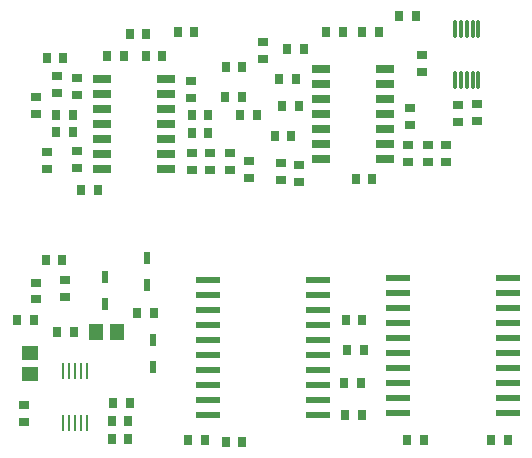
<source format=gtp>
G04*
G04 #@! TF.GenerationSoftware,Altium Limited,Altium Designer,22.8.2 (66)*
G04*
G04 Layer_Color=8421504*
%FSLAX44Y44*%
%MOMM*%
G71*
G04*
G04 #@! TF.SameCoordinates,219079CE-D9F2-4F20-8337-977AF1FC8BC2*
G04*
G04*
G04 #@! TF.FilePolarity,Positive*
G04*
G01*
G75*
%ADD15R,0.9000X0.8000*%
%ADD16R,1.5250X0.6500*%
G04:AMPARAMS|DCode=17|XSize=1.47mm|YSize=0.28mm|CornerRadius=0.035mm|HoleSize=0mm|Usage=FLASHONLY|Rotation=270.000|XOffset=0mm|YOffset=0mm|HoleType=Round|Shape=RoundedRectangle|*
%AMROUNDEDRECTD17*
21,1,1.4700,0.2100,0,0,270.0*
21,1,1.4000,0.2800,0,0,270.0*
1,1,0.0700,-0.1050,-0.7000*
1,1,0.0700,-0.1050,0.7000*
1,1,0.0700,0.1050,0.7000*
1,1,0.0700,0.1050,-0.7000*
%
%ADD17ROUNDEDRECTD17*%
%ADD18R,0.8000X0.9000*%
%ADD19R,2.0000X0.6000*%
%ADD20R,0.2794X1.3335*%
%ADD21R,1.2000X1.4000*%
%ADD22R,1.4000X1.2000*%
%ADD23R,0.5000X1.0750*%
D15*
X266700Y293990D02*
D03*
Y307990D02*
D03*
X374650Y309230D02*
D03*
Y323230D02*
D03*
X281940Y306721D02*
D03*
Y292721D02*
D03*
X416560Y343520D02*
D03*
Y357520D02*
D03*
X190501Y363840D02*
D03*
Y377840D02*
D03*
X191770Y302880D02*
D03*
Y316880D02*
D03*
X207010Y302880D02*
D03*
Y316880D02*
D03*
X223520Y302880D02*
D03*
Y316880D02*
D03*
X433070Y344140D02*
D03*
X93980Y366380D02*
D03*
Y380380D02*
D03*
X59690Y349870D02*
D03*
Y363870D02*
D03*
X77470Y367650D02*
D03*
Y381650D02*
D03*
X240030Y295879D02*
D03*
Y309879D02*
D03*
X93980Y318150D02*
D03*
Y304150D02*
D03*
X68580Y317530D02*
D03*
Y303530D02*
D03*
X433070Y358140D02*
D03*
X386577Y385430D02*
D03*
Y399430D02*
D03*
X375920Y354980D02*
D03*
Y340980D02*
D03*
X407098Y309230D02*
D03*
Y323230D02*
D03*
X251460Y410860D02*
D03*
Y396860D02*
D03*
X391160Y309230D02*
D03*
Y323230D02*
D03*
X49530Y89520D02*
D03*
Y103520D02*
D03*
X59690Y207010D02*
D03*
Y193010D02*
D03*
X83820Y194930D02*
D03*
Y208930D02*
D03*
D16*
X355103Y387782D02*
D03*
Y375082D02*
D03*
Y362382D02*
D03*
Y336982D02*
D03*
Y324282D02*
D03*
Y311582D02*
D03*
X300863D02*
D03*
Y324282D02*
D03*
Y336982D02*
D03*
Y362382D02*
D03*
Y375082D02*
D03*
Y387782D02*
D03*
Y349682D02*
D03*
X355103D02*
D03*
X169561Y379796D02*
D03*
Y367096D02*
D03*
Y354397D02*
D03*
Y341697D02*
D03*
Y328997D02*
D03*
Y316297D02*
D03*
Y303596D02*
D03*
X115321D02*
D03*
Y316297D02*
D03*
Y328997D02*
D03*
Y341697D02*
D03*
Y354397D02*
D03*
Y367096D02*
D03*
Y379796D02*
D03*
D17*
X434180Y421460D02*
D03*
X429180D02*
D03*
X424180D02*
D03*
X419180D02*
D03*
X414180D02*
D03*
Y378460D02*
D03*
X419180D02*
D03*
X424180D02*
D03*
X429180D02*
D03*
X434180D02*
D03*
D18*
X367000Y433070D02*
D03*
X381000D02*
D03*
X191270Y334010D02*
D03*
X205270D02*
D03*
X191270Y349250D02*
D03*
X205270D02*
D03*
X349900Y419100D02*
D03*
X179690D02*
D03*
X388000Y73660D02*
D03*
X202378D02*
D03*
X305420Y419100D02*
D03*
X459120Y73660D02*
D03*
X139050Y417830D02*
D03*
X234330Y72390D02*
D03*
X275590Y330923D02*
D03*
X261590D02*
D03*
X82580Y397510D02*
D03*
X68580D02*
D03*
X220330Y72390D02*
D03*
X153050Y417830D02*
D03*
X193690Y419100D02*
D03*
X188378Y73660D02*
D03*
X265502Y379730D02*
D03*
X279502D02*
D03*
X233710Y364490D02*
D03*
X219710D02*
D03*
X234330Y389890D02*
D03*
X220330D02*
D03*
X97760Y285750D02*
D03*
X111760D02*
D03*
X90820Y349250D02*
D03*
X76820D02*
D03*
X134000Y398780D02*
D03*
X120000D02*
D03*
X90820Y334707D02*
D03*
X76820D02*
D03*
X152370Y398780D02*
D03*
X166370D02*
D03*
X286400Y405130D02*
D03*
X272400D02*
D03*
X321930Y175260D02*
D03*
X335930D02*
D03*
X268118Y356870D02*
D03*
X282118D02*
D03*
X337200Y149860D02*
D03*
X323200D02*
D03*
X232410Y349250D02*
D03*
X246410D02*
D03*
X344199Y294640D02*
D03*
X330200D02*
D03*
X334660Y121920D02*
D03*
X320660D02*
D03*
X321310Y95250D02*
D03*
X335310D02*
D03*
X445120Y73660D02*
D03*
X319420Y419100D02*
D03*
X335900D02*
D03*
X374000Y73660D02*
D03*
X123810Y74930D02*
D03*
X137810D02*
D03*
X123810Y90170D02*
D03*
X137810D02*
D03*
X57800Y175260D02*
D03*
X43800D02*
D03*
X67930Y226060D02*
D03*
X81930D02*
D03*
X159423Y181610D02*
D03*
X145422D02*
D03*
X139080Y105410D02*
D03*
X125080D02*
D03*
X91440Y165100D02*
D03*
X77440D02*
D03*
D19*
X204978Y209550D02*
D03*
Y196850D02*
D03*
Y184150D02*
D03*
Y171450D02*
D03*
Y158750D02*
D03*
Y146050D02*
D03*
Y133350D02*
D03*
Y120650D02*
D03*
Y107950D02*
D03*
Y95250D02*
D03*
X297978D02*
D03*
Y107950D02*
D03*
Y120650D02*
D03*
Y133350D02*
D03*
Y146050D02*
D03*
Y158750D02*
D03*
Y171450D02*
D03*
Y184150D02*
D03*
Y196850D02*
D03*
Y209550D02*
D03*
X365760Y121920D02*
D03*
X458760Y96520D02*
D03*
X365760Y210820D02*
D03*
Y198120D02*
D03*
Y185420D02*
D03*
Y172720D02*
D03*
Y160020D02*
D03*
Y147320D02*
D03*
Y134620D02*
D03*
Y109220D02*
D03*
Y96520D02*
D03*
X458760Y109220D02*
D03*
Y121920D02*
D03*
Y134620D02*
D03*
Y147320D02*
D03*
Y160020D02*
D03*
Y172720D02*
D03*
Y185420D02*
D03*
Y198120D02*
D03*
Y210820D02*
D03*
D20*
X82702Y88329D02*
D03*
X87706D02*
D03*
X92710D02*
D03*
X97714D02*
D03*
X102718D02*
D03*
Y132652D02*
D03*
X97714D02*
D03*
X92710D02*
D03*
X87706D02*
D03*
X82702D02*
D03*
D21*
X110380Y165100D02*
D03*
X128380D02*
D03*
D22*
X54610Y147430D02*
D03*
Y129430D02*
D03*
D23*
X158750Y158940D02*
D03*
Y135700D02*
D03*
X153670Y228107D02*
D03*
Y204867D02*
D03*
X118110Y212280D02*
D03*
Y189040D02*
D03*
M02*

</source>
